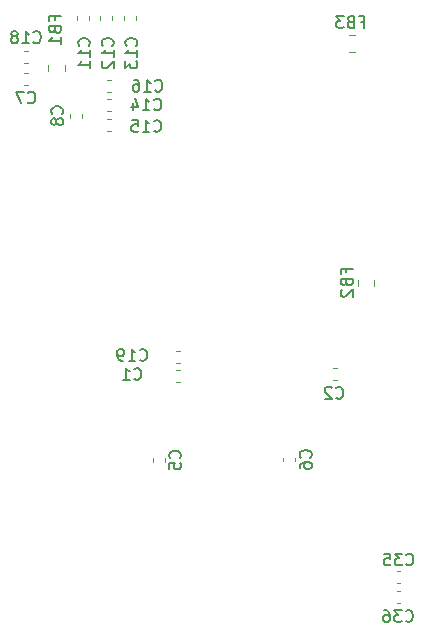
<source format=gbo>
G04 #@! TF.GenerationSoftware,KiCad,Pcbnew,(5.1.6)-1*
G04 #@! TF.CreationDate,2022-06-26T18:03:46+10:00*
G04 #@! TF.ProjectId,controller,636f6e74-726f-46c6-9c65-722e6b696361,rev?*
G04 #@! TF.SameCoordinates,Original*
G04 #@! TF.FileFunction,Legend,Bot*
G04 #@! TF.FilePolarity,Positive*
%FSLAX46Y46*%
G04 Gerber Fmt 4.6, Leading zero omitted, Abs format (unit mm)*
G04 Created by KiCad (PCBNEW (5.1.6)-1) date 2022-06-26 18:03:46*
%MOMM*%
%LPD*%
G01*
G04 APERTURE LIST*
%ADD10C,0.120000*%
%ADD11C,0.150000*%
G04 APERTURE END LIST*
D10*
X126487221Y-61140000D02*
X126812779Y-61140000D01*
X126487221Y-62160000D02*
X126812779Y-62160000D01*
X146941422Y-57390000D02*
X147458578Y-57390000D01*
X146941422Y-58810000D02*
X147458578Y-58810000D01*
X149110000Y-78646078D02*
X149110000Y-78128922D01*
X147690000Y-78646078D02*
X147690000Y-78128922D01*
X121490000Y-60408578D02*
X121490000Y-59891422D01*
X122910000Y-60408578D02*
X122910000Y-59891422D01*
X151312779Y-105460000D02*
X150987221Y-105460000D01*
X151312779Y-104440000D02*
X150987221Y-104440000D01*
X151312779Y-103760000D02*
X150987221Y-103760000D01*
X151312779Y-102740000D02*
X150987221Y-102740000D01*
X132662779Y-85110000D02*
X132337221Y-85110000D01*
X132662779Y-84090000D02*
X132337221Y-84090000D01*
X119437221Y-59710000D02*
X119762779Y-59710000D01*
X119437221Y-58690000D02*
X119762779Y-58690000D01*
X126487221Y-64440000D02*
X126812779Y-64440000D01*
X126487221Y-65460000D02*
X126812779Y-65460000D01*
X126487221Y-62790000D02*
X126812779Y-62790000D01*
X126487221Y-63810000D02*
X126812779Y-63810000D01*
X128910000Y-55737221D02*
X128910000Y-56062779D01*
X127890000Y-55737221D02*
X127890000Y-56062779D01*
X126910000Y-55737221D02*
X126910000Y-56062779D01*
X125890000Y-55737221D02*
X125890000Y-56062779D01*
X124910000Y-55737221D02*
X124910000Y-56062779D01*
X123890000Y-55737221D02*
X123890000Y-56062779D01*
X123340000Y-64362779D02*
X123340000Y-64037221D01*
X124360000Y-64362779D02*
X124360000Y-64037221D01*
X119437221Y-60590000D02*
X119762779Y-60590000D01*
X119437221Y-61610000D02*
X119762779Y-61610000D01*
X141390000Y-93462779D02*
X141390000Y-93137221D01*
X142410000Y-93462779D02*
X142410000Y-93137221D01*
X130340000Y-93512779D02*
X130340000Y-93187221D01*
X131360000Y-93512779D02*
X131360000Y-93187221D01*
X145912779Y-86560000D02*
X145587221Y-86560000D01*
X145912779Y-85540000D02*
X145587221Y-85540000D01*
X132337221Y-85740000D02*
X132662779Y-85740000D01*
X132337221Y-86760000D02*
X132662779Y-86760000D01*
D11*
X130542857Y-62057142D02*
X130590476Y-62104761D01*
X130733333Y-62152380D01*
X130828571Y-62152380D01*
X130971428Y-62104761D01*
X131066666Y-62009523D01*
X131114285Y-61914285D01*
X131161904Y-61723809D01*
X131161904Y-61580952D01*
X131114285Y-61390476D01*
X131066666Y-61295238D01*
X130971428Y-61200000D01*
X130828571Y-61152380D01*
X130733333Y-61152380D01*
X130590476Y-61200000D01*
X130542857Y-61247619D01*
X129590476Y-62152380D02*
X130161904Y-62152380D01*
X129876190Y-62152380D02*
X129876190Y-61152380D01*
X129971428Y-61295238D01*
X130066666Y-61390476D01*
X130161904Y-61438095D01*
X128733333Y-61152380D02*
X128923809Y-61152380D01*
X129019047Y-61200000D01*
X129066666Y-61247619D01*
X129161904Y-61390476D01*
X129209523Y-61580952D01*
X129209523Y-61961904D01*
X129161904Y-62057142D01*
X129114285Y-62104761D01*
X129019047Y-62152380D01*
X128828571Y-62152380D01*
X128733333Y-62104761D01*
X128685714Y-62057142D01*
X128638095Y-61961904D01*
X128638095Y-61723809D01*
X128685714Y-61628571D01*
X128733333Y-61580952D01*
X128828571Y-61533333D01*
X129019047Y-61533333D01*
X129114285Y-61580952D01*
X129161904Y-61628571D01*
X129209523Y-61723809D01*
X147933333Y-56228571D02*
X148266666Y-56228571D01*
X148266666Y-56752380D02*
X148266666Y-55752380D01*
X147790476Y-55752380D01*
X147076190Y-56228571D02*
X146933333Y-56276190D01*
X146885714Y-56323809D01*
X146838095Y-56419047D01*
X146838095Y-56561904D01*
X146885714Y-56657142D01*
X146933333Y-56704761D01*
X147028571Y-56752380D01*
X147409523Y-56752380D01*
X147409523Y-55752380D01*
X147076190Y-55752380D01*
X146980952Y-55800000D01*
X146933333Y-55847619D01*
X146885714Y-55942857D01*
X146885714Y-56038095D01*
X146933333Y-56133333D01*
X146980952Y-56180952D01*
X147076190Y-56228571D01*
X147409523Y-56228571D01*
X146504761Y-55752380D02*
X145885714Y-55752380D01*
X146219047Y-56133333D01*
X146076190Y-56133333D01*
X145980952Y-56180952D01*
X145933333Y-56228571D01*
X145885714Y-56323809D01*
X145885714Y-56561904D01*
X145933333Y-56657142D01*
X145980952Y-56704761D01*
X146076190Y-56752380D01*
X146361904Y-56752380D01*
X146457142Y-56704761D01*
X146504761Y-56657142D01*
X146728571Y-77466666D02*
X146728571Y-77133333D01*
X147252380Y-77133333D02*
X146252380Y-77133333D01*
X146252380Y-77609523D01*
X146728571Y-78323809D02*
X146776190Y-78466666D01*
X146823809Y-78514285D01*
X146919047Y-78561904D01*
X147061904Y-78561904D01*
X147157142Y-78514285D01*
X147204761Y-78466666D01*
X147252380Y-78371428D01*
X147252380Y-77990476D01*
X146252380Y-77990476D01*
X146252380Y-78323809D01*
X146300000Y-78419047D01*
X146347619Y-78466666D01*
X146442857Y-78514285D01*
X146538095Y-78514285D01*
X146633333Y-78466666D01*
X146680952Y-78419047D01*
X146728571Y-78323809D01*
X146728571Y-77990476D01*
X146347619Y-78942857D02*
X146300000Y-78990476D01*
X146252380Y-79085714D01*
X146252380Y-79323809D01*
X146300000Y-79419047D01*
X146347619Y-79466666D01*
X146442857Y-79514285D01*
X146538095Y-79514285D01*
X146680952Y-79466666D01*
X147252380Y-78895238D01*
X147252380Y-79514285D01*
X122028571Y-56066666D02*
X122028571Y-55733333D01*
X122552380Y-55733333D02*
X121552380Y-55733333D01*
X121552380Y-56209523D01*
X122028571Y-56923809D02*
X122076190Y-57066666D01*
X122123809Y-57114285D01*
X122219047Y-57161904D01*
X122361904Y-57161904D01*
X122457142Y-57114285D01*
X122504761Y-57066666D01*
X122552380Y-56971428D01*
X122552380Y-56590476D01*
X121552380Y-56590476D01*
X121552380Y-56923809D01*
X121600000Y-57019047D01*
X121647619Y-57066666D01*
X121742857Y-57114285D01*
X121838095Y-57114285D01*
X121933333Y-57066666D01*
X121980952Y-57019047D01*
X122028571Y-56923809D01*
X122028571Y-56590476D01*
X122552380Y-58114285D02*
X122552380Y-57542857D01*
X122552380Y-57828571D02*
X121552380Y-57828571D01*
X121695238Y-57733333D01*
X121790476Y-57638095D01*
X121838095Y-57542857D01*
X151742857Y-106957142D02*
X151790476Y-107004761D01*
X151933333Y-107052380D01*
X152028571Y-107052380D01*
X152171428Y-107004761D01*
X152266666Y-106909523D01*
X152314285Y-106814285D01*
X152361904Y-106623809D01*
X152361904Y-106480952D01*
X152314285Y-106290476D01*
X152266666Y-106195238D01*
X152171428Y-106100000D01*
X152028571Y-106052380D01*
X151933333Y-106052380D01*
X151790476Y-106100000D01*
X151742857Y-106147619D01*
X151409523Y-106052380D02*
X150790476Y-106052380D01*
X151123809Y-106433333D01*
X150980952Y-106433333D01*
X150885714Y-106480952D01*
X150838095Y-106528571D01*
X150790476Y-106623809D01*
X150790476Y-106861904D01*
X150838095Y-106957142D01*
X150885714Y-107004761D01*
X150980952Y-107052380D01*
X151266666Y-107052380D01*
X151361904Y-107004761D01*
X151409523Y-106957142D01*
X149933333Y-106052380D02*
X150123809Y-106052380D01*
X150219047Y-106100000D01*
X150266666Y-106147619D01*
X150361904Y-106290476D01*
X150409523Y-106480952D01*
X150409523Y-106861904D01*
X150361904Y-106957142D01*
X150314285Y-107004761D01*
X150219047Y-107052380D01*
X150028571Y-107052380D01*
X149933333Y-107004761D01*
X149885714Y-106957142D01*
X149838095Y-106861904D01*
X149838095Y-106623809D01*
X149885714Y-106528571D01*
X149933333Y-106480952D01*
X150028571Y-106433333D01*
X150219047Y-106433333D01*
X150314285Y-106480952D01*
X150361904Y-106528571D01*
X150409523Y-106623809D01*
X151792857Y-102177142D02*
X151840476Y-102224761D01*
X151983333Y-102272380D01*
X152078571Y-102272380D01*
X152221428Y-102224761D01*
X152316666Y-102129523D01*
X152364285Y-102034285D01*
X152411904Y-101843809D01*
X152411904Y-101700952D01*
X152364285Y-101510476D01*
X152316666Y-101415238D01*
X152221428Y-101320000D01*
X152078571Y-101272380D01*
X151983333Y-101272380D01*
X151840476Y-101320000D01*
X151792857Y-101367619D01*
X151459523Y-101272380D02*
X150840476Y-101272380D01*
X151173809Y-101653333D01*
X151030952Y-101653333D01*
X150935714Y-101700952D01*
X150888095Y-101748571D01*
X150840476Y-101843809D01*
X150840476Y-102081904D01*
X150888095Y-102177142D01*
X150935714Y-102224761D01*
X151030952Y-102272380D01*
X151316666Y-102272380D01*
X151411904Y-102224761D01*
X151459523Y-102177142D01*
X149935714Y-101272380D02*
X150411904Y-101272380D01*
X150459523Y-101748571D01*
X150411904Y-101700952D01*
X150316666Y-101653333D01*
X150078571Y-101653333D01*
X149983333Y-101700952D01*
X149935714Y-101748571D01*
X149888095Y-101843809D01*
X149888095Y-102081904D01*
X149935714Y-102177142D01*
X149983333Y-102224761D01*
X150078571Y-102272380D01*
X150316666Y-102272380D01*
X150411904Y-102224761D01*
X150459523Y-102177142D01*
X129242857Y-84857142D02*
X129290476Y-84904761D01*
X129433333Y-84952380D01*
X129528571Y-84952380D01*
X129671428Y-84904761D01*
X129766666Y-84809523D01*
X129814285Y-84714285D01*
X129861904Y-84523809D01*
X129861904Y-84380952D01*
X129814285Y-84190476D01*
X129766666Y-84095238D01*
X129671428Y-84000000D01*
X129528571Y-83952380D01*
X129433333Y-83952380D01*
X129290476Y-84000000D01*
X129242857Y-84047619D01*
X128290476Y-84952380D02*
X128861904Y-84952380D01*
X128576190Y-84952380D02*
X128576190Y-83952380D01*
X128671428Y-84095238D01*
X128766666Y-84190476D01*
X128861904Y-84238095D01*
X127814285Y-84952380D02*
X127623809Y-84952380D01*
X127528571Y-84904761D01*
X127480952Y-84857142D01*
X127385714Y-84714285D01*
X127338095Y-84523809D01*
X127338095Y-84142857D01*
X127385714Y-84047619D01*
X127433333Y-84000000D01*
X127528571Y-83952380D01*
X127719047Y-83952380D01*
X127814285Y-84000000D01*
X127861904Y-84047619D01*
X127909523Y-84142857D01*
X127909523Y-84380952D01*
X127861904Y-84476190D01*
X127814285Y-84523809D01*
X127719047Y-84571428D01*
X127528571Y-84571428D01*
X127433333Y-84523809D01*
X127385714Y-84476190D01*
X127338095Y-84380952D01*
X120242857Y-57957142D02*
X120290476Y-58004761D01*
X120433333Y-58052380D01*
X120528571Y-58052380D01*
X120671428Y-58004761D01*
X120766666Y-57909523D01*
X120814285Y-57814285D01*
X120861904Y-57623809D01*
X120861904Y-57480952D01*
X120814285Y-57290476D01*
X120766666Y-57195238D01*
X120671428Y-57100000D01*
X120528571Y-57052380D01*
X120433333Y-57052380D01*
X120290476Y-57100000D01*
X120242857Y-57147619D01*
X119290476Y-58052380D02*
X119861904Y-58052380D01*
X119576190Y-58052380D02*
X119576190Y-57052380D01*
X119671428Y-57195238D01*
X119766666Y-57290476D01*
X119861904Y-57338095D01*
X118719047Y-57480952D02*
X118814285Y-57433333D01*
X118861904Y-57385714D01*
X118909523Y-57290476D01*
X118909523Y-57242857D01*
X118861904Y-57147619D01*
X118814285Y-57100000D01*
X118719047Y-57052380D01*
X118528571Y-57052380D01*
X118433333Y-57100000D01*
X118385714Y-57147619D01*
X118338095Y-57242857D01*
X118338095Y-57290476D01*
X118385714Y-57385714D01*
X118433333Y-57433333D01*
X118528571Y-57480952D01*
X118719047Y-57480952D01*
X118814285Y-57528571D01*
X118861904Y-57576190D01*
X118909523Y-57671428D01*
X118909523Y-57861904D01*
X118861904Y-57957142D01*
X118814285Y-58004761D01*
X118719047Y-58052380D01*
X118528571Y-58052380D01*
X118433333Y-58004761D01*
X118385714Y-57957142D01*
X118338095Y-57861904D01*
X118338095Y-57671428D01*
X118385714Y-57576190D01*
X118433333Y-57528571D01*
X118528571Y-57480952D01*
X130442857Y-65457142D02*
X130490476Y-65504761D01*
X130633333Y-65552380D01*
X130728571Y-65552380D01*
X130871428Y-65504761D01*
X130966666Y-65409523D01*
X131014285Y-65314285D01*
X131061904Y-65123809D01*
X131061904Y-64980952D01*
X131014285Y-64790476D01*
X130966666Y-64695238D01*
X130871428Y-64600000D01*
X130728571Y-64552380D01*
X130633333Y-64552380D01*
X130490476Y-64600000D01*
X130442857Y-64647619D01*
X129490476Y-65552380D02*
X130061904Y-65552380D01*
X129776190Y-65552380D02*
X129776190Y-64552380D01*
X129871428Y-64695238D01*
X129966666Y-64790476D01*
X130061904Y-64838095D01*
X128585714Y-64552380D02*
X129061904Y-64552380D01*
X129109523Y-65028571D01*
X129061904Y-64980952D01*
X128966666Y-64933333D01*
X128728571Y-64933333D01*
X128633333Y-64980952D01*
X128585714Y-65028571D01*
X128538095Y-65123809D01*
X128538095Y-65361904D01*
X128585714Y-65457142D01*
X128633333Y-65504761D01*
X128728571Y-65552380D01*
X128966666Y-65552380D01*
X129061904Y-65504761D01*
X129109523Y-65457142D01*
X130442857Y-63657142D02*
X130490476Y-63704761D01*
X130633333Y-63752380D01*
X130728571Y-63752380D01*
X130871428Y-63704761D01*
X130966666Y-63609523D01*
X131014285Y-63514285D01*
X131061904Y-63323809D01*
X131061904Y-63180952D01*
X131014285Y-62990476D01*
X130966666Y-62895238D01*
X130871428Y-62800000D01*
X130728571Y-62752380D01*
X130633333Y-62752380D01*
X130490476Y-62800000D01*
X130442857Y-62847619D01*
X129490476Y-63752380D02*
X130061904Y-63752380D01*
X129776190Y-63752380D02*
X129776190Y-62752380D01*
X129871428Y-62895238D01*
X129966666Y-62990476D01*
X130061904Y-63038095D01*
X128633333Y-63085714D02*
X128633333Y-63752380D01*
X128871428Y-62704761D02*
X129109523Y-63419047D01*
X128490476Y-63419047D01*
X128927142Y-58257142D02*
X128974761Y-58209523D01*
X129022380Y-58066666D01*
X129022380Y-57971428D01*
X128974761Y-57828571D01*
X128879523Y-57733333D01*
X128784285Y-57685714D01*
X128593809Y-57638095D01*
X128450952Y-57638095D01*
X128260476Y-57685714D01*
X128165238Y-57733333D01*
X128070000Y-57828571D01*
X128022380Y-57971428D01*
X128022380Y-58066666D01*
X128070000Y-58209523D01*
X128117619Y-58257142D01*
X129022380Y-59209523D02*
X129022380Y-58638095D01*
X129022380Y-58923809D02*
X128022380Y-58923809D01*
X128165238Y-58828571D01*
X128260476Y-58733333D01*
X128308095Y-58638095D01*
X128022380Y-59542857D02*
X128022380Y-60161904D01*
X128403333Y-59828571D01*
X128403333Y-59971428D01*
X128450952Y-60066666D01*
X128498571Y-60114285D01*
X128593809Y-60161904D01*
X128831904Y-60161904D01*
X128927142Y-60114285D01*
X128974761Y-60066666D01*
X129022380Y-59971428D01*
X129022380Y-59685714D01*
X128974761Y-59590476D01*
X128927142Y-59542857D01*
X126927142Y-58257142D02*
X126974761Y-58209523D01*
X127022380Y-58066666D01*
X127022380Y-57971428D01*
X126974761Y-57828571D01*
X126879523Y-57733333D01*
X126784285Y-57685714D01*
X126593809Y-57638095D01*
X126450952Y-57638095D01*
X126260476Y-57685714D01*
X126165238Y-57733333D01*
X126070000Y-57828571D01*
X126022380Y-57971428D01*
X126022380Y-58066666D01*
X126070000Y-58209523D01*
X126117619Y-58257142D01*
X127022380Y-59209523D02*
X127022380Y-58638095D01*
X127022380Y-58923809D02*
X126022380Y-58923809D01*
X126165238Y-58828571D01*
X126260476Y-58733333D01*
X126308095Y-58638095D01*
X126117619Y-59590476D02*
X126070000Y-59638095D01*
X126022380Y-59733333D01*
X126022380Y-59971428D01*
X126070000Y-60066666D01*
X126117619Y-60114285D01*
X126212857Y-60161904D01*
X126308095Y-60161904D01*
X126450952Y-60114285D01*
X127022380Y-59542857D01*
X127022380Y-60161904D01*
X124927142Y-58257142D02*
X124974761Y-58209523D01*
X125022380Y-58066666D01*
X125022380Y-57971428D01*
X124974761Y-57828571D01*
X124879523Y-57733333D01*
X124784285Y-57685714D01*
X124593809Y-57638095D01*
X124450952Y-57638095D01*
X124260476Y-57685714D01*
X124165238Y-57733333D01*
X124070000Y-57828571D01*
X124022380Y-57971428D01*
X124022380Y-58066666D01*
X124070000Y-58209523D01*
X124117619Y-58257142D01*
X125022380Y-59209523D02*
X125022380Y-58638095D01*
X125022380Y-58923809D02*
X124022380Y-58923809D01*
X124165238Y-58828571D01*
X124260476Y-58733333D01*
X124308095Y-58638095D01*
X125022380Y-60161904D02*
X125022380Y-59590476D01*
X125022380Y-59876190D02*
X124022380Y-59876190D01*
X124165238Y-59780952D01*
X124260476Y-59685714D01*
X124308095Y-59590476D01*
X122657142Y-64033333D02*
X122704761Y-63985714D01*
X122752380Y-63842857D01*
X122752380Y-63747619D01*
X122704761Y-63604761D01*
X122609523Y-63509523D01*
X122514285Y-63461904D01*
X122323809Y-63414285D01*
X122180952Y-63414285D01*
X121990476Y-63461904D01*
X121895238Y-63509523D01*
X121800000Y-63604761D01*
X121752380Y-63747619D01*
X121752380Y-63842857D01*
X121800000Y-63985714D01*
X121847619Y-64033333D01*
X122180952Y-64604761D02*
X122133333Y-64509523D01*
X122085714Y-64461904D01*
X121990476Y-64414285D01*
X121942857Y-64414285D01*
X121847619Y-64461904D01*
X121800000Y-64509523D01*
X121752380Y-64604761D01*
X121752380Y-64795238D01*
X121800000Y-64890476D01*
X121847619Y-64938095D01*
X121942857Y-64985714D01*
X121990476Y-64985714D01*
X122085714Y-64938095D01*
X122133333Y-64890476D01*
X122180952Y-64795238D01*
X122180952Y-64604761D01*
X122228571Y-64509523D01*
X122276190Y-64461904D01*
X122371428Y-64414285D01*
X122561904Y-64414285D01*
X122657142Y-64461904D01*
X122704761Y-64509523D01*
X122752380Y-64604761D01*
X122752380Y-64795238D01*
X122704761Y-64890476D01*
X122657142Y-64938095D01*
X122561904Y-64985714D01*
X122371428Y-64985714D01*
X122276190Y-64938095D01*
X122228571Y-64890476D01*
X122180952Y-64795238D01*
X119766666Y-63057142D02*
X119814285Y-63104761D01*
X119957142Y-63152380D01*
X120052380Y-63152380D01*
X120195238Y-63104761D01*
X120290476Y-63009523D01*
X120338095Y-62914285D01*
X120385714Y-62723809D01*
X120385714Y-62580952D01*
X120338095Y-62390476D01*
X120290476Y-62295238D01*
X120195238Y-62200000D01*
X120052380Y-62152380D01*
X119957142Y-62152380D01*
X119814285Y-62200000D01*
X119766666Y-62247619D01*
X119433333Y-62152380D02*
X118766666Y-62152380D01*
X119195238Y-63152380D01*
X143687142Y-93133333D02*
X143734761Y-93085714D01*
X143782380Y-92942857D01*
X143782380Y-92847619D01*
X143734761Y-92704761D01*
X143639523Y-92609523D01*
X143544285Y-92561904D01*
X143353809Y-92514285D01*
X143210952Y-92514285D01*
X143020476Y-92561904D01*
X142925238Y-92609523D01*
X142830000Y-92704761D01*
X142782380Y-92847619D01*
X142782380Y-92942857D01*
X142830000Y-93085714D01*
X142877619Y-93133333D01*
X142782380Y-93990476D02*
X142782380Y-93800000D01*
X142830000Y-93704761D01*
X142877619Y-93657142D01*
X143020476Y-93561904D01*
X143210952Y-93514285D01*
X143591904Y-93514285D01*
X143687142Y-93561904D01*
X143734761Y-93609523D01*
X143782380Y-93704761D01*
X143782380Y-93895238D01*
X143734761Y-93990476D01*
X143687142Y-94038095D01*
X143591904Y-94085714D01*
X143353809Y-94085714D01*
X143258571Y-94038095D01*
X143210952Y-93990476D01*
X143163333Y-93895238D01*
X143163333Y-93704761D01*
X143210952Y-93609523D01*
X143258571Y-93561904D01*
X143353809Y-93514285D01*
X132637142Y-93183333D02*
X132684761Y-93135714D01*
X132732380Y-92992857D01*
X132732380Y-92897619D01*
X132684761Y-92754761D01*
X132589523Y-92659523D01*
X132494285Y-92611904D01*
X132303809Y-92564285D01*
X132160952Y-92564285D01*
X131970476Y-92611904D01*
X131875238Y-92659523D01*
X131780000Y-92754761D01*
X131732380Y-92897619D01*
X131732380Y-92992857D01*
X131780000Y-93135714D01*
X131827619Y-93183333D01*
X131732380Y-94088095D02*
X131732380Y-93611904D01*
X132208571Y-93564285D01*
X132160952Y-93611904D01*
X132113333Y-93707142D01*
X132113333Y-93945238D01*
X132160952Y-94040476D01*
X132208571Y-94088095D01*
X132303809Y-94135714D01*
X132541904Y-94135714D01*
X132637142Y-94088095D01*
X132684761Y-94040476D01*
X132732380Y-93945238D01*
X132732380Y-93707142D01*
X132684761Y-93611904D01*
X132637142Y-93564285D01*
X145866666Y-88057142D02*
X145914285Y-88104761D01*
X146057142Y-88152380D01*
X146152380Y-88152380D01*
X146295238Y-88104761D01*
X146390476Y-88009523D01*
X146438095Y-87914285D01*
X146485714Y-87723809D01*
X146485714Y-87580952D01*
X146438095Y-87390476D01*
X146390476Y-87295238D01*
X146295238Y-87200000D01*
X146152380Y-87152380D01*
X146057142Y-87152380D01*
X145914285Y-87200000D01*
X145866666Y-87247619D01*
X145485714Y-87247619D02*
X145438095Y-87200000D01*
X145342857Y-87152380D01*
X145104761Y-87152380D01*
X145009523Y-87200000D01*
X144961904Y-87247619D01*
X144914285Y-87342857D01*
X144914285Y-87438095D01*
X144961904Y-87580952D01*
X145533333Y-88152380D01*
X144914285Y-88152380D01*
X128766666Y-86457142D02*
X128814285Y-86504761D01*
X128957142Y-86552380D01*
X129052380Y-86552380D01*
X129195238Y-86504761D01*
X129290476Y-86409523D01*
X129338095Y-86314285D01*
X129385714Y-86123809D01*
X129385714Y-85980952D01*
X129338095Y-85790476D01*
X129290476Y-85695238D01*
X129195238Y-85600000D01*
X129052380Y-85552380D01*
X128957142Y-85552380D01*
X128814285Y-85600000D01*
X128766666Y-85647619D01*
X127814285Y-86552380D02*
X128385714Y-86552380D01*
X128100000Y-86552380D02*
X128100000Y-85552380D01*
X128195238Y-85695238D01*
X128290476Y-85790476D01*
X128385714Y-85838095D01*
M02*

</source>
